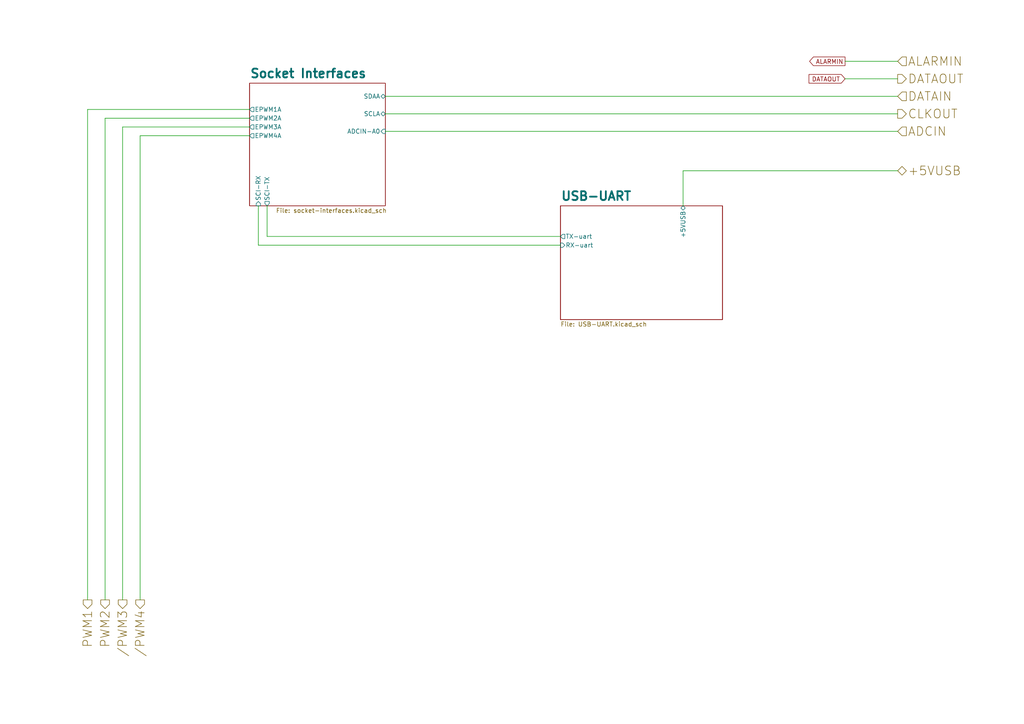
<source format=kicad_sch>
(kicad_sch (version 20211123) (generator eeschema)
  (paper "A4")
  (lib_symbols)
  (wire (pts (xy 40.64 39.37) (xy 72.39 39.37)))
  (wire (pts (xy 245.11 22.86) (xy 260.35 22.86)))
  (wire (pts (xy 111.76 38.1) (xy 260.35 38.1)))
  (wire (pts (xy 40.64 173.99) (xy 40.64 39.37)))
  (wire (pts (xy 74.93 71.12) (xy 74.93 59.69)))
  (wire (pts (xy 74.93 71.12) (xy 162.56 71.12)))
  (wire (pts (xy 198.12 49.53) (xy 260.35 49.53)))
  (wire (pts (xy 25.4 31.75) (xy 72.39 31.75)))
  (wire (pts (xy 77.47 68.58) (xy 77.47 59.69)))
  (wire (pts (xy 111.76 27.94) (xy 260.35 27.94)))
  (wire (pts (xy 77.47 68.58) (xy 162.56 68.58)))
  (wire (pts (xy 25.4 173.99) (xy 25.4 31.75)))
  (wire (pts (xy 198.12 49.53) (xy 198.12 59.69)))
  (wire (pts (xy 30.48 34.29) (xy 72.39 34.29)))
  (wire (pts (xy 72.39 36.83) (xy 35.56 36.83)))
  (wire (pts (xy 35.56 36.83) (xy 35.56 173.99)))
  (wire (pts (xy 30.48 173.99) (xy 30.48 34.29)))
  (wire (pts (xy 111.76 33.02) (xy 260.35 33.02)))
  (wire (pts (xy 245.11 17.78) (xy 260.35 17.78)))
  (global_label "ALARMIN" (shape output) (at 245.11 17.78 180) (property "Intersheet References" "${INTERSHEET_REFS}" (effects hide)))
  (global_label "DATAOUT" (shape input) (at 245.11 22.86 180) (property "Intersheet References" "${INTERSHEET_REFS}" (effects hide)))
  (hierarchical_label "DATAOUT" (shape output) (at 260.35 22.86 0) (effects (font (size 2.54 2.54))))
  (hierarchical_label "ALARMIN" (shape input) (at 260.35 17.78 0) (effects (font (size 2.54 2.54))))
  (hierarchical_label "{slash}PWM4" (shape output) (at 40.64 173.99 270) (effects (font (size 2.54 2.54))))
  (hierarchical_label "DATAIN" (shape input) (at 260.35 27.94 0) (effects (font (size 2.54 2.54))))
  (hierarchical_label "{slash}PWM3" (shape output) (at 35.56 173.99 270) (effects (font (size 2.54 2.54))))
  (hierarchical_label "PWM2" (shape output) (at 30.48 173.99 270) (effects (font (size 2.54 2.54))))
  (hierarchical_label "ADCIN" (shape input) (at 260.35 38.1 0) (effects (font (size 2.54 2.54))))
  (hierarchical_label "CLKOUT" (shape output) (at 260.35 33.02 0) (effects (font (size 2.54 2.54))))
  (hierarchical_label "PWM1" (shape output) (at 25.4 173.99 270) (effects (font (size 2.54 2.54))))
  (hierarchical_label "+5VUSB" (shape bidirectional) (at 260.35 49.53 0) (effects (font (size 2.54 2.54))))
  (sheet (at 162.56 59.69) (size 46.99 33.02) (stroke (width 0.1524))
    (property "Sheet name" "USB-UART" (at 162.56 58.3434 0) (effects (font (size 2.54 2.54) bold) (justify left bottom)))
    (property "Sheet file" "USB-UART.kicad_sch" (at 162.56 93.2946 0) (effects (justify left top)))
    (pin "TX-uart" output (at 162.56 68.58 180))
    (pin "RX-uart" input (at 162.56 71.12 180))
    (pin "+5VUSB" bidirectional (at 198.12 59.69 90))
  )
  (sheet (at 72.39 24.13) (size 39.37 35.56) (stroke (width 0.1524))
    (property "Sheet name" "Socket Interfaces" (at 72.39 22.7834 0) (effects (font (size 2.54 2.54) bold) (justify left bottom)))
    (property "Sheet file" "socket-interfaces.kicad_sch" (at 80.01 60.325 0) (effects (justify left top)))
    (pin "SCI-TX" output (at 77.47 59.69 270))
    (pin "SCI-RX" input (at 74.93 59.69 270))
    (pin "EPWM4A" output (at 72.39 39.37 180))
    (pin "EPWM3A" output (at 72.39 36.83 180))
    (pin "EPWM1A" output (at 72.39 31.75 180))
    (pin "EPWM2A" output (at 72.39 34.29 180))
    (pin "SDAA" bidirectional (at 111.76 27.94 0))
    (pin "SCLA" bidirectional (at 111.76 33.02 0))
    (pin "ADCIN-A0" input (at 111.76 38.1 0))
  )
)
</source>
